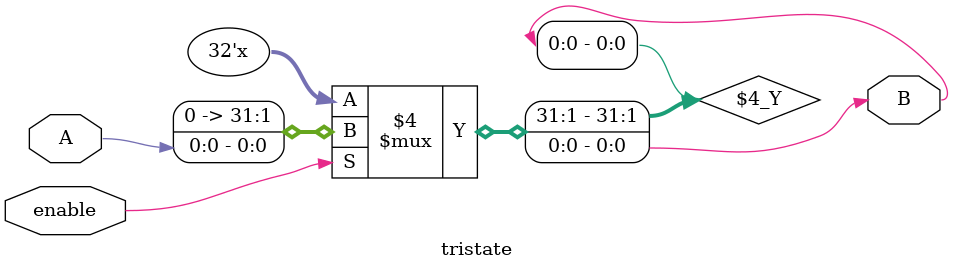
<source format=sv>
module proc_top(input clk, reset);

//parameter W represents data width
parameter data_width = 8, addr_width = 8, num_reg = 5, instruct_width = 32;

wire [instruct_width-1:0] instruct;
wire [data_width-1:0] dm_o, rdata1, rdata2, ALU_o, inst_addr;

prog_cnt #(.W(data_width)) prog_cnt_0(
.pc_i(), .reset(reset), .clk(clk), .pc_o(inst_addr)
);

//set up for external programing
SRAM #(.W(instruct_width), .N(addr_width)) i_mem(
.addr(inst_addr), .d_i(), .cs(1'b1), .oe(1'b1), .we(1'b0), .d_o(instruct)
);

//needs ctrl signals
SRAM #(.W(data_width), .N(addr_width)) d_mem(
.addr(ALU_o), .d_i(rdata2), .cs(1'b1), .oe(), .we(), .d_o(dm_o) 
);

//needs ctrl signal
ALUnit #(.W(data_width)) ALU_0(
.A(rdata1), .B(), .ALU_ctrl(), .ALU_o(ALU_o), .cout(), .zero()
);

//needs ctrl signal
Reg_file #(.W(data_width),. N(num_reg)) Reg_file_0(
.rreg1(instruct[25:21]), .rreg2(instruct[20:16]), .wreg(instruct[15:11]), 
.wdata(), .write(), .clk(clk), .reset(reset), .rdata1(rdata1), .rdata2(rdata2)
);
endmodule


//~~~Program Counter~~~//
module prog_cnt #(parameter W = 8)
                (input  [W-1:0] pc_i,
		 input  reset, clk,
	 	 output [W-1:0] pc_o);
d_ff d_ff [W] (.D(pc_i),
	       .clk(clk),
	       .reset(reset),
	       .Q(pc_o));
endmodule


//~~~SRAM~~~// 256 X 8 
module SRAM #(parameter W = 8, N = 8)
             (input  [N-1:0] addr,
              input  [W-1:0] d_i,
              input  cs, oe, we,
              output [W-1:0] d_o);

reg [W-1:0] mem [2**N];

always @(*) begin
	if(cs & we) mem[addr] <= d_i;
end

assign d_o = (cs & oe & !we) ? mem[addr] : 'hz;
endmodule


//~~~ALU~~~// 
module ALUnit #(parameter W = 8)
	       (input  [W-1:0] A, B,
	        input  [3:0] ALU_ctrl,
		output reg [W-1:0] ALU_o,
		output reg cout, 
		output zero);
integer i;
reg [W-1:0] B_inv, result;
wire sub;

always@(ALU_ctrl, A, B, result) begin
	case (ALU_ctrl) 
		0:  ALU_o <= A & B;       //and
		1:  ALU_o <= A | B;       //or
		2:  ALU_o <= result;      //add
		6:  ALU_o <= result;      //sub
		7:  ALU_o <= A < B ? 1:0; //slt
		12: ALU_o <= ~(A|B);      //nor
		default: ALU_o <= 0;
	endcase
end

always @(*) begin
	for(i=0;i<W;i++) B_inv[i] = B[i] ^ sub;
end
prefixadder preadd_0(.a(A),
		     .b(B_inv),
		     .cin(sub),
		     .s(result),
		     .cout(cout)
);
assign sub = (ALU_ctrl == 6);
assign zero = (ALU_o == 0);
endmodule


//~~~RegisterFile~~~// 2 read addresses and 2 read outputs with 1 write port
module Reg_file #(parameter W = 8, N = 5)
		(input  [N-1:0]   rreg1, rreg2, wreg,
		 input  [W-1:0] wdata,
		 input          write, clk, reset,
		 output [W-1:0] rdata1, rdata2);
integer i;
reg [W-1:0] reg_block [2**N];
assign rdata1 = reg_block[rreg1];
assign rdata2 = reg_block[rreg2];

always @(posedge clk) begin
	if(reset)
		for(i=0;i<2**N;i++) reg_block[i] <= 0;
	else if(write)
		reg_block[wreg] <= wdata;
end
endmodule


//~~~D-flipflop~~~//
module d_ff (input  D, clk, reset,
	     output reg Q);

always_ff @(posedge clk) begin
	if(reset) begin
		Q <= 1'b0; 
	end
	else begin
     		Q <= D; 
	end	
end
endmodule


//~~~tristate buffer~~~//
module tristate (input  A, enable,
		 output B);
assign B = enable? A:'bz;
endmodule

//~~~ALU~~~// using implicit add and sub
/*module ALUnit #(parameter W = 8)
	       (input  [W-1:0] A, B,
	        input  [3:0] ALU_ctrl,
		output reg [W-1:0] ALU_o,
		output reg cout, 
		output zero);

always@(ALU_ctrl, A, B) begin
	case (ALU_ctrl) 
		0:  ALU_o <= A & B;
		1:  ALU_o <= A | B;
		2:  {cout, ALU_o} <= A + B;
		6:  ALU_o <= A - B;
		7:  ALU_o <= A < B ? 1:0;
		12: ALU_o <= ~(A|B);
		default: ALU_o <= 0;
	endcase
end
assign zero = (ALU_o == 0);
endmodule*/

</source>
